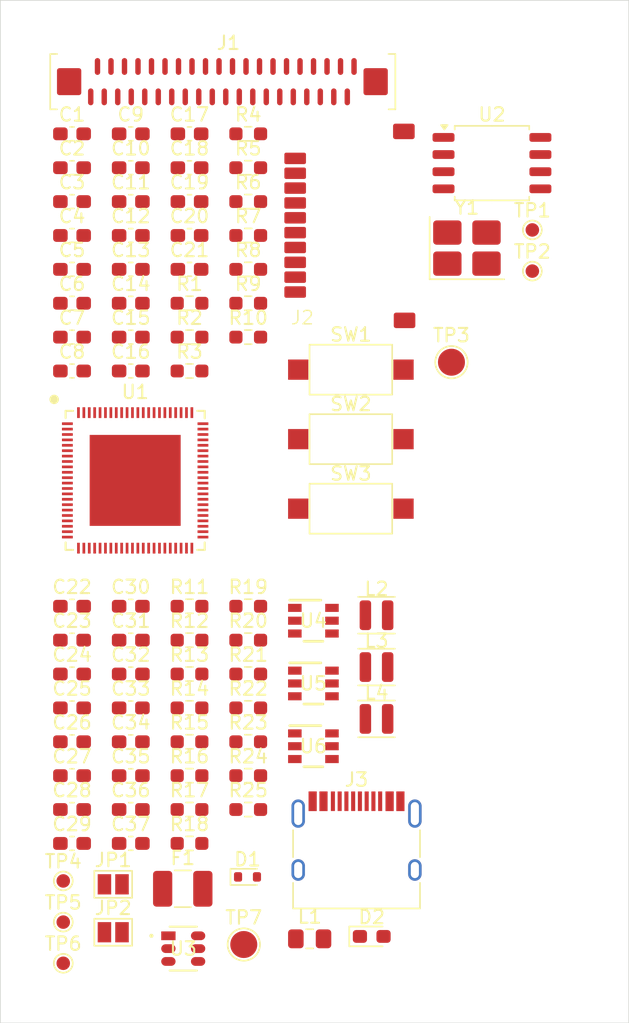
<source format=kicad_pcb>
(kicad_pcb (version 20241229) (generator "pcbnew") (generator_version "9.0")
  (layers (0 "F.Cu" signal) (2 "B.Cu" signal) (13 "F.Paste" user) (15 "B.Paste" user) (5 "F.SilkS" user "F.Silkscreen") (7 "B.SilkS" user "B.Silkscreen") (1 "F.Mask" user) (3 "B.Mask" user) (25 "Edge.Cuts" user))
  (net 0 "")
  (net 1 "GND")
  (net 2 "/LCD_RESET")
  (net 3 "2.6V")
  (net 4 "3.3V")
  (net 5 "1.1V")
  (net 6 "Net-(U1-~{RESET})")
  (net 7 "/HOSCI")
  (net 8 "/HOSCO")
  (net 9 "Net-(C19-Pad1)")
  (net 10 "5V")
  (net 11 "Net-(D1-K)")
  (net 12 "Net-(U4-SW)")
  (net 13 "Net-(U4-VBST)")
  (net 14 "Net-(U5-VBST)")
  (net 15 "Net-(U5-SW)")
  (net 16 "Net-(U6-VBST)")
  (net 17 "Net-(U6-SW)")
  (net 18 "Net-(D1-A)")
  (net 19 "Net-(D2-A)")
  (net 20 "Net-(F1-Pad2)")
  (net 21 "/LCD_D21")
  (net 23 "/LCD_D13")
  (net 24 "/LCD_D3")
  (net 25 "/LCD_D18")
  (net 26 "/SPI1_MOSI")
  (net 27 "/LCD_D23")
  (net 28 "/SPI1_MISO")
  (net 29 "/LCD_VSYNC")
  (net 30 "/SPI1_CLK")
  (net 31 "/LCD_D8")
  (net 32 "/LCD_DE")
  (net 33 "/LCD_HSYNC")
  (net 34 "/LCD_D6")
  (net 35 "/LCD_D20")
  (net 36 "/LCD_D22")
  (net 37 "/LCD_D11")
  (net 38 "/LCD_D16")
  (net 39 "/LCD_CLK")
  (net 40 "/LCD_D4")
  (net 41 "/LCD_D9")
  (net 42 "/SPI1_CS")
  (net 43 "/LCD_D12")
  (net 44 "VLEDK")
  (net 45 "/LCD_D17")
  (net 46 "VLEDA")
  (net 47 "/LCD_D19")
  (net 48 "/LCD_D14")
  (net 49 "/LCD_D0")
  (net 50 "/LCD_D5")
  (net 51 "/LCD_D10")
  (net 52 "/LCD_D15")
  (net 53 "/LCD_D1")
  (net 54 "/LCD_D7")
  (net 55 "/LCD_D2")
  (net 57 "/SDC0_CLK")
  (net 58 "/SDC0_CMD")
  (net 59 "/SDC0_D3")
  (net 60 "/SDC0_D2")
  (net 61 "/SDC0_D0")
  (net 62 "/SDC0_D1")
  (net 64 "USB_P")
  (net 65 "Net-(J3-CC1)")
  (net 67 "USB_N")
  (net 68 "Net-(J3-CC2)")
  (net 69 "Net-(JP2-A)")
  (net 70 "Net-(U1-SVREF)")
  (net 71 "/SPI0_CS")
  (net 72 "Net-(U3-CTRL)")
  (net 73 "Net-(U4-EN)")
  (net 74 "Net-(U5-EN)")
  (net 75 "Net-(U6-EN)")
  (net 76 "Net-(U4-VFB)")
  (net 77 "Net-(U5-VFB)")
  (net 78 "Net-(U6-VFB)")
  (net 79 "/PWM1")
  (net 80 "/PWM0")
  (net 81 "/LRADC0")
  (net 97 "/SPI0_CLK")
  (net 100 "/SPI0_MOSI")
  (net 101 "/SPI0_MISO")
  (footprint "Resistor_SMD:R_0603_1608Metric_Pad0.98x0.95mm_HandSolder" (layer "F.Cu") (at 78.3 41.02)
    (property "Reference" "R4" (at 0 -1.43 0) (layer "F.SilkS"))
    (property "Value" "10k")
    (pad "1" smd roundrect (at -0.9125 0) (size 0.975 0.95) (layers "F.Cu" "F.Mask" "F.Paste") (net 4 "3.3V"))
    (pad "2" smd roundrect (at 0.9125 0) (size 0.975 0.95) (layers "F.Cu" "F.Mask" "F.Paste") (net 6 "Net-(U1-~{RESET})"))
  )
  (footprint "Package_SO:SOIC-8_5.3x5.3mm_P1.27mm" (layer "F.Cu") (at 96.35 43.19)
    (property "Reference" "U2" (at 0 -3.6 0) (layer "F.SilkS"))
    (property "Value" "W25Q16JVSS")
    (pad "1" smd roundrect (at -3.5875 -1.905) (size 1.625 0.65) (layers "F.Cu" "F.Mask" "F.Paste") (net 71 "/SPI0_CS"))
    (pad "2" smd roundrect (at -3.5875 -0.635) (size 1.625 0.65) (layers "F.Cu" "F.Mask" "F.Paste") (net 101 "/SPI0_MISO"))
    (pad "3" smd roundrect (at -3.5875 0.635) (size 1.625 0.65) (layers "F.Cu" "F.Mask" "F.Paste") (net 4 "3.3V"))
    (pad "4" smd roundrect (at -3.5875 1.905) (size 1.625 0.65) (layers "F.Cu" "F.Mask" "F.Paste") (net 1 "GND"))
    (pad "5" smd roundrect (at 3.5875 1.905) (size 1.625 0.65) (layers "F.Cu" "F.Mask" "F.Paste") (net 100 "/SPI0_MOSI"))
    (pad "6" smd roundrect (at 3.5875 0.635) (size 1.625 0.65) (layers "F.Cu" "F.Mask" "F.Paste") (net 97 "/SPI0_CLK"))
    (pad "7" smd roundrect (at 3.5875 -0.635) (size 1.625 0.65) (layers "F.Cu" "F.Mask" "F.Paste") (net 4 "3.3V"))
    (pad "8" smd roundrect (at 3.5875 -1.905) (size 1.625 0.65) (layers "F.Cu" "F.Mask" "F.Paste") (net 4 "3.3V"))
  )
  (footprint "Resistor_SMD:R_0603_1608Metric_Pad0.98x0.95mm_HandSolder" (layer "F.Cu") (at 78.3 88.57)
    (property "Reference" "R24" (at 0 -1.43 0) (layer "F.SilkS"))
    (property "Value" "33k")
    (pad "1" smd roundrect (at -0.9125 0) (size 0.975 0.95) (layers "F.Cu" "F.Mask" "F.Paste") (net 4 "3.3V"))
    (pad "2" smd roundrect (at 0.9125 0) (size 0.975 0.95) (layers "F.Cu" "F.Mask" "F.Paste") (net 78 "Net-(U6-VFB)"))
  )
  (footprint "Resistor_SMD:R_0603_1608Metric_Pad0.98x0.95mm_HandSolder" (layer "F.Cu") (at 78.3 83.55)
    (property "Reference" "R22" (at 0 -1.43 0) (layer "F.SilkS"))
    (property "Value" "24k")
    (pad "1" smd roundrect (at -0.9125 0) (size 0.975 0.95) (layers "F.Cu" "F.Mask" "F.Paste") (net 3 "2.6V"))
    (pad "2" smd roundrect (at 0.9125 0) (size 0.975 0.95) (layers "F.Cu" "F.Mask" "F.Paste") (net 77 "Net-(U5-VFB)"))
  )
  (footprint "Resistor_SMD:R_0603_1608Metric_Pad0.98x0.95mm_HandSolder" (layer "F.Cu") (at 78.3 81.04)
    (property "Reference" "R21" (at 0 -1.43 0) (layer "F.SilkS"))
    (property "Value" "10k")
    (pad "1" smd roundrect (at -0.9125 0) (size 0.975 0.95) (layers "F.Cu" "F.Mask" "F.Paste") (net 76 "Net-(U4-VFB)"))
    (pad "2" smd roundrect (at 0.9125 0) (size 0.975 0.95) (layers "F.Cu" "F.Mask" "F.Paste") (net 1 "GND"))
  )
  (footprint "TPS562201DDCT:DDC0006A_N" (layer "F.Cu") (at 83.125002 81.740001)
    (property "Reference" "U5" (at 0 0 0) (layer "F.SilkS"))
    (property "Value" "TPS562201DDCT")
    (pad "1" smd rect (at -1.375001 -0.950001 90) (size 0.599999 1) (layers "F.Cu" "F.Mask" "F.Paste") (net 1 "GND"))
    (pad "2" smd rect (at -1.375001 0 90) (size 0.599999 1) (layers "F.Cu" "F.Mask" "F.Paste") (net 15 "Net-(U5-SW)"))
    (pad "3" smd rect (at -1.375001 0.949998 90) (size 0.599999 1) (layers "F.Cu" "F.Mask" "F.Paste") (net 10 "5V"))
    (pad "4" smd rect (at 1.374999 0.949998 90) (size 0.599999 1) (layers "F.Cu" "F.Mask" "F.Paste") (net 77 "Net-(U5-VFB)"))
    (pad "5" smd rect (at 1.374999 0 90) (size 0.599999 1) (layers "F.Cu" "F.Mask" "F.Paste") (net 74 "Net-(U5-EN)"))
    (pad "6" smd rect (at 1.374999 -0.950001 90) (size 0.599999 1) (layers "F.Cu" "F.Mask" "F.Paste") (net 14 "Net-(U5-VBST)"))
  )
  (footprint "Resistor_SMD:R_0603_1608Metric_Pad0.98x0.95mm_HandSolder" (layer "F.Cu") (at 78.3 76.02)
    (property "Reference" "R19" (at 0 -1.43 0) (layer "F.SilkS"))
    (property "Value" "10k")
    (pad "1" smd roundrect (at -0.9125 0) (size 0.975 0.95) (layers "F.Cu" "F.Mask" "F.Paste") (net 10 "5V"))
    (pad "2" smd roundrect (at 0.9125 0) (size 0.975 0.95) (layers "F.Cu" "F.Mask" "F.Paste") (net 75 "Net-(U6-EN)"))
  )
  (footprint "Capacitor_SMD:C_0603_1608Metric_Pad1.08x0.95mm_HandSolder" (layer "F.Cu") (at 69.6 81.04)
    (property "Reference" "C32" (at 0 -1.43 0) (layer "F.SilkS"))
    (property "Value" "22uf")
    (pad "1" smd roundrect (at -0.8625 0) (size 1.075 0.95) (layers "F.Cu" "F.Mask" "F.Paste") (net 5 "1.1V"))
    (pad "2" smd roundrect (at 0.8625 0) (size 1.075 0.95) (layers "F.Cu" "F.Mask" "F.Paste") (net 1 "GND"))
  )
  (footprint "Capacitor_SMD:C_0603_1608Metric_Pad1.08x0.95mm_HandSolder" (layer "F.Cu") (at 69.6 41.02)
    (property "Reference" "C9" (at 0 -1.43 0) (layer "F.SilkS"))
    (property "Value" "22uf")
    (pad "1" smd roundrect (at -0.8625 0) (size 1.075 0.95) (layers "F.Cu" "F.Mask" "F.Paste") (net 4 "3.3V"))
    (pad "2" smd roundrect (at 0.8625 0) (size 1.075 0.95) (layers "F.Cu" "F.Mask" "F.Paste") (net 1 "GND"))
  )
  (footprint "TestPoint:TestPoint_Pad_D1.0mm" (layer "F.Cu") (at 64.6 96.37)
    (property "Reference" "TP4" (at 0 -1.448 0) (layer "F.SilkS"))
    (property "Value" "TestPoint")
    (pad "1" smd circle (at 0 0) (size 1 1) (layers "F.Cu" "F.Mask") (net 5 "1.1V"))
  )
  (footprint "TestPoint:TestPoint_Pad_D1.0mm" (layer "F.Cu") (at 99.34 48.14)
    (property "Reference" "TP1" (at 0 -1.448 0) (layer "F.SilkS"))
    (property "Value" "TestPoint")
    (pad "1" smd circle (at 0 0) (size 1 1) (layers "F.Cu" "F.Mask") (net 79 "/PWM1"))
  )
  (footprint "Capacitor_SMD:C_0603_1608Metric_Pad1.08x0.95mm_HandSolder" (layer "F.Cu") (at 65.25 51.06)
    (property "Reference" "C5" (at 0 -1.43 0) (layer "F.SilkS"))
    (property "Value" "0.1uf")
    (pad "1" smd roundrect (at -0.8625 0) (size 1.075 0.95) (layers "F.Cu" "F.Mask" "F.Paste") (net 3 "2.6V"))
    (pad "2" smd roundrect (at 0.8625 0) (size 1.075 0.95) (layers "F.Cu" "F.Mask" "F.Paste") (net 1 "GND"))
  )
  (footprint "Capacitor_SMD:C_0603_1608Metric_Pad1.08x0.95mm_HandSolder" (layer "F.Cu") (at 69.6 53.57)
    (property "Reference" "C14" (at 0 -1.43 0) (layer "F.SilkS"))
    (property "Value" "0.1uf")
    (pad "1" smd roundrect (at -0.8625 0) (size 1.075 0.95) (layers "F.Cu" "F.Mask" "F.Paste") (net 5 "1.1V"))
    (pad "2" smd roundrect (at 0.8625 0) (size 1.075 0.95) (layers "F.Cu" "F.Mask" "F.Paste") (net 1 "GND"))
  )
  (footprint "Capacitor_SMD:C_0603_1608Metric_Pad1.08x0.95mm_HandSolder" (layer "F.Cu") (at 65.25 48.55)
    (property "Reference" "C4" (at 0 -1.43 0) (layer "F.SilkS"))
    (property "Value" "0.1uf")
    (pad "1" smd roundrect (at -0.8625 0) (size 1.075 0.95) (layers "F.Cu" "F.Mask" "F.Paste") (net 3 "2.6V"))
    (pad "2" smd roundrect (at 0.8625 0) (size 1.075 0.95) (layers "F.Cu" "F.Mask" "F.Paste") (net 1 "GND"))
  )
  (footprint "Inductor_SMD:L_0805_2012Metric_Pad1.15x1.40mm_HandSolder" (layer "F.Cu") (at 82.85 100.66)
    (property "Reference" "L1" (at 0 -1.65 0) (layer "F.SilkS"))
    (property "Value" "4.7uH")
    (pad "1" smd roundrect (at -1.025 0) (size 1.15 1.4) (layers "F.Cu" "F.Mask" "F.Paste") (roundrect_rratio 0.217391) (net 10 "5V"))
    (pad "2" smd roundrect (at 1.025 0) (size 1.15 1.4) (layers "F.Cu" "F.Mask" "F.Paste") (roundrect_rratio 0.217391) (net 18 "Net-(D1-A)"))
  )
  (footprint "Capacitor_SMD:C_0603_1608Metric_Pad1.08x0.95mm_HandSolder" (layer "F.Cu") (at 65.25 46.04)
    (property "Reference" "C3" (at 0 -1.43 0) (layer "F.SilkS"))
    (property "Value" "0.1uf")
    (pad "1" smd roundrect (at -0.8625 0) (size 1.075 0.95) (layers "F.Cu" "F.Mask" "F.Paste") (net 3 "2.6V"))
    (pad "2" smd roundrect (at 0.8625 0) (size 1.075 0.95) (layers "F.Cu" "F.Mask" "F.Paste") (net 1 "GND"))
  )
  (footprint "Capacitor_SMD:C_0603_1608Metric_Pad1.08x0.95mm_HandSolder" (layer "F.Cu") (at 73.95 46.04)
    (property "Reference" "C19" (at 0 -1.43 0) (layer "F.SilkS"))
    (property "Value" "10pf")
    (pad "1" smd roundrect (at -0.8625 0) (size 1.075 0.95) (layers "F.Cu" "F.Mask" "F.Paste") (net 9 "Net-(C19-Pad1)"))
    (pad "2" smd roundrect (at 0.8625 0) (size 1.075 0.95) (layers "F.Cu" "F.Mask" "F.Paste") (net 8 "/HOSCO"))
  )
  (footprint "Capacitor_SMD:C_0603_1608Metric_Pad1.08x0.95mm_HandSolder" (layer "F.Cu") (at 73.95 43.53)
    (property "Reference" "C18" (at 0 -1.43 0) (layer "F.SilkS"))
    (property "Value" "0.1uf")
    (pad "1" smd roundrect (at -0.8625 0) (size 1.075 0.95) (layers "F.Cu" "F.Mask" "F.Paste") (net 5 "1.1V"))
    (pad "2" smd roundrect (at 0.8625 0) (size 1.075 0.95) (layers "F.Cu" "F.Mask" "F.Paste") (net 1 "GND"))
  )
  (footprint "Resistor_SMD:R_0603_1608Metric_Pad0.98x0.95mm_HandSolder" (layer "F.Cu") (at 78.3 51.06)
    (property "Reference" "R8" (at 0 -1.43 0) (layer "F.SilkS"))
    (property "Value" "10k")
    (pad "1" smd roundrect (at -0.9125 0) (size 0.975 0.95) (layers "F.Cu" "F.Mask" "F.Paste") (net 4 "3.3V"))
    (pad "2" smd roundrect (at 0.9125 0) (size 0.975 0.95) (layers "F.Cu" "F.Mask" "F.Paste") (net 58 "/SDC0_CMD"))
  )
  (footprint "Button_Switch_SMD:SW_SPST_CK_RS282G05A3" (layer "F.Cu") (at 85.9 63.64)
    (property "Reference" "SW2" (at 0 -2.6 0) (layer "F.SilkS"))
    (property "Value" "RESET")
    (pad "1" smd rect (at -3.9 0) (size 1.5 1.5) (layers "F.Cu" "F.Mask" "F.Paste") (net 1 "GND"))
    (pad "2" smd rect (at 3.9 0) (size 1.5 1.5) (layers "F.Cu" "F.Mask" "F.Paste") (net 6 "Net-(U1-~{RESET})"))
  )
  (footprint "TestPoint:TestPoint_Pad_D2.0mm" (layer "F.Cu") (at 77.97 101.08)
    (property "Reference" "TP7" (at 0 -1.998 0) (layer "F.SilkS"))
    (property "Value" "TestPoint")
    (pad "1" smd circle (at 0 0) (size 2 2) (layers "F.Cu" "F.Mask") (net 10 "5V"))
  )
  (footprint "TPS562201DDCT:DDC0006A_N" (layer "F.Cu") (at 83.125002 86.390001)
    (property "Reference" "U6" (at 0 0 0) (layer "F.SilkS"))
    (property "Value" "TPS562201DDCT")
    (pad "1" smd rect (at -1.375001 -0.950001 90) (size 0.599999 1) (layers "F.Cu" "F.Mask" "F.Paste") (net 1 "GND"))
    (pad "2" smd rect (at -1.375001 0 90) (size 0.599999 1) (layers "F.Cu" "F.Mask" "F.Paste") (net 17 "Net-(U6-SW)"))
    (pad "3" smd rect (at -1.375001 0.949998 90) (size 0.599999 1) (layers "F.Cu" "F.Mask" "F.Paste") (net 10 "5V"))
    (pad "4" smd rect (at 1.374999 0.949998 90) (size 0.599999 1) (layers "F.Cu" "F.Mask" "F.Paste") (net 78 "Net-(U6-VFB)"))
    (pad "5" smd rect (at 1.374999 0 90) (size 0.599999 1) (layers "F.Cu" "F.Mask" "F.Paste") (net 75 "Net-(U6-EN)"))
    (pad "6" smd rect (at 1.374999 -0.950001 90) (size 0.599999 1) (layers "F.Cu" "F.Mask" "F.Paste") (net 16 "Net-(U6-VBST)"))
  )
  (footprint "Resistor_SMD:R_0603_1608Metric_Pad0.98x0.95mm_HandSolder" (layer "F.Cu") (at 73.95 76.02)
    (property "Reference" "R11" (at 0 -1.43 0) (layer "F.SilkS"))
    (property "Value" "10k")
    (pad "1" smd roundrect (at -0.9125 0) (size 0.975 0.95) (layers "F.Cu" "F.Mask" "F.Paste") (net 10 "5V"))
    (pad "2" smd roundrect (at 0.9125 0) (size 0.975 0.95) (layers "F.Cu" "F.Mask" "F.Paste") (net 72 "Net-(U3-CTRL)"))
  )
  (footprint "Resistor_SMD:R_0603_1608Metric_Pad0.98x0.95mm_HandSolder" (layer "F.Cu") (at 78.3 56.08)
    (property "Reference" "R10" (at 0 -1.43 0) (layer "F.SilkS"))
    (property "Value" "10k")
    (pad "1" smd roundrect (at -0.9125 0) (size 0.975 0.95) (layers "F.Cu" "F.Mask" "F.Paste") (net 4 "3.3V"))
    (pad "2" smd roundrect (at 0.9125 0) (size 0.975 0.95) (layers "F.Cu" "F.Mask" "F.Paste") (net 60 "/SDC0_D2"))
  )
  (footprint "Resistor_SMD:R_0603_1608Metric_Pad0.98x0.95mm_HandSolder" (layer "F.Cu") (at 73.95 86.06)
    (property "Reference" "R15" (at 0 -1.43 0) (layer "F.SilkS"))
    (property "Value" "10R")
    (pad "1" smd roundrect (at -0.9125 0) (size 0.975 0.95) (layers "F.Cu" "F.Mask" "F.Paste") (net 69 "Net-(JP2-A)"))
    (pad "2" smd roundrect (at 0.9125 0) (size 0.975 0.95) (layers "F.Cu" "F.Mask" "F.Paste") (net 1 "GND"))
  )
  (footprint "Capacitor_SMD:C_0603_1608Metric_Pad1.08x0.95mm_HandSolder" (layer "F.Cu") (at 65.25 56.08)
    (property "Reference" "C7" (at 0 -1.43 0) (layer "F.SilkS"))
    (property "Value" "0.1uf")
    (pad "1" smd roundrect (at -0.8625 0) (size 1.075 0.95) (layers "F.Cu" "F.Mask" "F.Paste") (net 3 "2.6V"))
    (pad "2" smd roundrect (at 0.8625 0) (size 1.075 0.95) (layers "F.Cu" "F.Mask" "F.Paste") (net 1 "GND"))
  )
  (footprint "Resistor_SMD:R_0603_1608Metric_Pad0.98x0.95mm_HandSolder" (layer "F.Cu") (at 73.95 78.53)
    (property "Reference" "R12" (at 0 -1.43 0) (layer "F.SilkS"))
    (property "Value" "5.1K")
    (pad "1" smd roundrect (at -0.9125 0) (size 0.975 0.95) (layers "F.Cu" "F.Mask" "F.Paste") (net 68 "Net-(J3-CC2)"))
    (pad "2" smd roundrect (at 0.9125 0) (size 0.975 0.95) (layers "F.Cu" "F.Mask" "F.Paste") (net 1 "GND"))
  )
  (footprint "Resistor_SMD:R_0603_1608Metric_Pad0.98x0.95mm_HandSolder" (layer "F.Cu") (at 73.95 83.55)
    (property "Reference" "R14" (at 0 -1.43 0) (layer "F.SilkS"))
    (property "Value" "10R")
    (pad "1" smd roundrect (at -0.9125 0) (size 0.975 0.95) (layers "F.Cu" "F.Mask" "F.Paste") (net 69 "Net-(JP2-A)"))
    (pad "2" smd roundrect (at 0.9125 0) (size 0.975 0.95) (layers "F.Cu" "F.Mask" "F.Paste") (net 1 "GND"))
  )
  (footprint "Resistor_SMD:R_0603_1608Metric_Pad0.98x0.95mm_HandSolder" (layer "F.Cu") (at 78.3 78.53)
    (property "Reference" "R20" (at 0 -1.43 0) (layer "F.SilkS"))
    (property "Value" "4.7k")
    (pad "1" smd roundrect (at -0.9125 0) (size 0.975 0.95) (layers "F.Cu" "F.Mask" "F.Paste") (net 5 "1.1V"))
    (pad "2" smd roundrect (at 0.9125 0) (size 0.975 0.95) (layers "F.Cu" "F.Mask" "F.Paste") (net 76 "Net-(U4-VFB)"))
  )
  (footprint "Capacitor_SMD:C_0603_1608Metric_Pad1.08x0.95mm_HandSolder" (layer "F.Cu") (at 65.25 43.53)
    (property "Reference" "C2" (at 0 -1.43 0) (layer "F.SilkS"))
    (property "Value" "22uf")
    (pad "1" smd roundrect (at -0.8625 0) (size 1.075 0.95) (layers "F.Cu" "F.Mask" "F.Paste") (net 3 "2.6V"))
    (pad "2" smd roundrect (at 0.8625 0) (size 1.075 0.95) (layers "F.Cu" "F.Mask" "F.Paste") (net 1 "GND"))
  )
  (footprint "Capacitor_SMD:C_0603_1608Metric_Pad1.08x0.95mm_HandSolder" (layer "F.Cu") (at 65.25 41.02)
    (property "Reference" "C1" (at 0 -1.43 0) (layer "F.SilkS"))
    (property "Value" "0.1uf")
    (pad "1" smd roundrect (at -0.8625 0) (size 1.075 0.95) (layers "F.Cu" "F.Mask" "F.Paste") (net 2 "/LCD_RESET"))
    (pad "2" smd roundrect (at 0.8625 0) (size 1.075 0.95) (layers "F.Cu" "F.Mask" "F.Paste") (net 1 "GND"))
  )
  (footprint "Capacitor_SMD:C_0603_1608Metric_Pad1.08x0.95mm_HandSolder" (layer "F.Cu") (at 69.6 56.08)
    (property "Reference" "C15" (at 0 -1.43 0) (layer "F.SilkS"))
    (property "Value" "0.1uf")
    (pad "1" smd roundrect (at -0.8625 0) (size 1.075 0.95) (layers "F.Cu" "F.Mask" "F.Paste") (net 5 "1.1V"))
    (pad "2" smd roundrect (at 0.8625 0) (size 1.075 0.95) (layers "F.Cu" "F.Mask" "F.Paste") (net 1 "GND"))
  )
  (footprint "Capacitor_SMD:C_0603_1608Metric_Pad1.08x0.95mm_HandSolder" (layer "F.Cu") (at 65.25 83.55)
    (property "Reference" "C25" (at 0 -1.43 0) (layer "F.SilkS"))
    (property "Value" "0.1uf")
    (pad "1" smd roundrect (at -0.8625 0) (size 1.075 0.95) (layers "F.Cu" "F.Mask" "F.Paste") (net 11 "Net-(D1-K)"))
    (pad "2" smd roundrect (at 0.8625 0) (size 1.075 0.95) (layers "F.Cu" "F.Mask" "F.Paste") (net 1 "GND"))
  )
  (footprint "Crystal:Crystal_SMD_3225-4Pin_3.2x2.5mm_HandSoldering" (layer "F.Cu") (at 94.495 49.485)
    (property "Reference" "Y1" (at 0 -3 0) (layer "F.SilkS"))
    (property "Value" "24Mhz")
    (pad "1" smd roundrect (at -1.45 1.15) (size 2.1 1.8) (layers "F.Cu" "F.Mask" "F.Paste") (roundrect_rratio 0.138889) (net 7 "/HOSCI"))
    (pad "2" smd roundrect (at 1.45 1.15) (size 2.1 1.8) (layers "F.Cu" "F.Mask" "F.Paste") (roundrect_rratio 0.138889) (net 9 "Net-(C19-Pad1)"))
    (pad "3" smd roundrect (at 1.45 -1.15) (size 2.1 1.8) (layers "F.Cu" "F.Mask" "F.Paste") (roundrect_rratio 0.138889) (net 8 "/HOSCO"))
    (pad "4" smd roundrect (at -1.45 -1.15) (size 2.1 1.8) (layers "F.Cu" "F.Mask" "F.Paste") (roundrect_rratio 0.138889) (net 1 "GND"))
  )
  (footprint "Capacitor_SMD:C_0603_1608Metric_Pad1.08x0.95mm_HandSolder" (layer "F.Cu") (at 73.95 51.06)
    (property "Reference" "C21" (at 0 -1.43 0) (layer "F.SilkS"))
    (property "Value" "0.1uf")
    (pad "1" smd roundrect (at -0.8625 0) (size 1.075 0.95) (layers "F.Cu" "F.Mask" "F.Paste") (net 4 "3.3V"))
    (pad "2" smd roundrect (at 0.8625 0) (size 1.075 0.95) (layers "F.Cu" "F.Mask" "F.Paste") (net 1 "GND"))
  )
  (footprint "sd_card:sd_card_10p" (layer "F.Cu") (at 82.31 55.14)
    (property "Reference" "J2" (at 0 -0.5 0) (layer "F.SilkS") (effects (font (thickness 0.1))))
    (property "Value" "Micro_SD_Card_Det1")
    (pad "" np_thru_hole circle (at 2.615 -12.3) (size 1.7 1.7) (drill 1.7) (layers "*.Cu" "*.Mask"))
    (pad "" np_thru_hole circle (at 2.615 -2.3) (size 1.7 1.7) (drill 1.7) (layers "*.Cu" "*.Mask"))
    (pad "" smd roundrect (at 7.515 -14.3) (size 1.6 1.15) (layers "F.Cu" "F.Mask" "F.Paste") (roundrect_rratio 0.15))
    (pad "" smd roundrect (at 7.565 -0.3) (size 1.6 1.15) (layers "F.Cu" "F.Mask" "F.Paste") (roundrect_rratio 0.15))
    (pad "1" smd roundrect (at -0.535 -10.1) (size 1.6 0.85) (layers "F.Cu" "F.Mask" "F.Paste") (roundrect_rratio 0.15) (net 60 "/SDC0_D2"))
    (pad "2" smd roundrect (at -0.535 -9) (size 1.6 0.85) (layers "F.Cu" "F.Mask" "F.Paste") (roundrect_rratio 0.15) (net 59 "/SDC0_D3"))
    (pad "3" smd roundrect (at -0.535 -7.9) (size 1.6 0.85) (layers "F.Cu" "F.Mask" "F.Paste") (roundrect_rratio 0.15) (net 58 "/SDC0_CMD"))
    (pad "4" smd roundrect (at -0.535 -6.8) (size 1.6 0.85) (layers "F.Cu" "F.Mask" "F.Paste") (roundrect_rratio 0.15) (net 4 "3.3V"))
    (pad "5" smd roundrect (at -0.535 -5.7) (size 1.6 0.85) (layers "F.Cu" "F.Mask" "F.Paste") (roundrect_rratio 0.15) (net 57 "/SDC0_CLK"))
    (pad "6" smd roundrect (at -0.535 -4.6) (size 1.6 0.85) (layers "F.Cu" "F.Mask" "F.Paste") (roundrect_rratio 0.15) (net 1 "GND"))
    (pad "7" smd roundrect (at -0.535 -3.5) (size 1.6 0.85) (layers "F.Cu" "F.Mask" "F.Paste") (roundrect_rratio 0.15) (net 61 "/SDC0_D0"))
    (pad "8" smd roundrect (at -0.535 -2.4) (size 1.6 0.85) (layers "F.Cu" "F.Mask" "F.Paste") (roundrect_rratio 0.15) (net 62 "/SDC0_D1"))
    (pad "9" smd roundrect (at -0.535 -12.3) (size 1.6 0.85) (layers "F.Cu" "F.Mask" "F.Paste") (roundrect_rratio 0.15))
    (pad "10" smd roundrect (at -0.535 -11.2) (size 1.6 0.85) (layers "F.Cu" "F.Mask" "F.Paste") (roundrect_rratio 0.15) (net 1 "GND"))
  )
  (footprint "Resistor_SMD:R_0603_1608Metric_Pad0.98x0.95mm_HandSolder" (layer "F.Cu") (at 78.3 53.57)
    (property "Reference" "R9" (at 0 -1.43 0) (layer "F.SilkS"))
    (property "Value" "10k")
    (pad "1" smd roundrect (at -0.9125 0) (size 0.975 0.95) (layers "F.Cu" "F.Mask" "F.Paste") (net 4 "3.3V"))
    (pad "2" smd roundrect (at 0.9125 0) (size 0.975 0.95) (layers "F.Cu" "F.Mask" "F.Paste") (net 59 "/SDC0_D3"))
  )
  (footprint "Resistor_SMD:R_0603_1608Metric_Pad0.98x0.95mm_HandSolder" (layer "F.Cu") (at 78.3 43.53)
    (property "Reference" "R5" (at 0 -1.43 0) (layer "F.SilkS"))
    (property "Value" "10k")
    (pad "1" smd roundrect (at -0.9125 0) (size 0.975 0.95) (layers "F.Cu" "F.Mask" "F.Paste") (net 4 "3.3V"))
    (pad "2" smd roundrect (at 0.9125 0) (size 0.975 0.95) (layers "F.Cu" "F.Mask" "F.Paste") (net 62 "/SDC0_D1"))
  )
  (footprint "Capacitor_SMD:C_0603_1608Metric_Pad1.08x0.95mm_HandSolder" (layer "F.Cu") (at 65.25 78.53)
    (property "Reference" "C23" (at 0 -1.43 0) (layer "F.SilkS"))
    (property "Value" "22uf")
    (pad "1" smd roundrect (at -0.8625 0) (size 1.075 0.95) (layers "F.Cu" "F.Mask" "F.Paste") (net 10 "5V"))
    (pad "2" smd roundrect (at 0.8625 0) (size 1.075 0.95) (layers "F.Cu" "F.Mask" "F.Paste") (net 1 "GND"))
  )
  (footprint "Capacitor_SMD:C_0603_1608Metric_Pad1.08x0.95mm_HandSolder" (layer "F.Cu") (at 65.25 91.08)
    (property "Reference" "C28" (at 0 -1.43 0) (layer "F.SilkS"))
    (property "Value" "22uf")
    (pad "1" smd roundrect (at -0.8625 0) (size 1.075 0.95) (layers "F.Cu" "F.Mask" "F.Paste") (net 10 "5V"))
    (pad "2" smd roundrect (at 0.8625 0) (size 1.075 0.95) (layers "F.Cu" "F.Mask" "F.Paste") (net 1 "GND"))
  )
  (footprint "Capacitor_SMD:C_0603_1608Metric_Pad1.08x0.95mm_HandSolder" (layer "F.Cu") (at 65.25 88.57)
    (property "Reference" "C27" (at 0 -1.43 0) (layer "F.SilkS"))
    (property "Value" "22uf")
    (pad "1" smd roundrect (at -0.8625 0) (size 1.075 0.95) (layers "F.Cu" "F.Mask" "F.Paste") (net 10 "5V"))
    (pad "2" smd roundrect (at 0.8625 0) (size 1.075 0.95) (layers "F.Cu" "F.Mask" "F.Paste") (net 1 "GND"))
  )
  (footprint "Diode_SMD:D_SOD-523" (layer "F.Cu") (at 78.245 96.07)
    (property "Reference" "D1" (at 0 -1.3 0) (layer "F.SilkS"))
    (property "Value" "1N5819WS")
    (pad "1" smd roundrect (at -0.7 0 180) (size 0.6 0.7) (layers "F.Cu" "F.Mask" "F.Paste") (net 11 "Net-(D1-K)"))
    (pad "2" smd roundrect (at 0.7 0 180) (size 0.6 0.7) (layers "F.Cu" "F.Mask" "F.Paste") (net 18 "Net-(D1-A)"))
  )
  (footprint "Capacitor_SMD:C_0603_1608Metric_Pad1.08x0.95mm_HandSolder" (layer "F.Cu") (at 69.6 93.59)
    (property "Reference" "C37" (at 0 -1.43 0) (layer "F.SilkS"))
    (property "Value" "0.1uf")
    (pad "1" smd roundrect (at -0.8625 0) (size 1.075 0.95) (layers "F.Cu" "F.Mask" "F.Paste") (net 4 "3.3V"))
    (pad "2" smd roundrect (at 0.8625 0) (size 1.075 0.95) (layers "F.Cu" "F.Mask" "F.Paste") (net 1 "GND"))
  )
  (footprint "Capacitor_SMD:C_0603_1608Metric_Pad1.08x0.95mm_HandSolder" (layer "F.Cu") (at 69.6 58.59)
    (property "Reference" "C16" (at 0 -1.43 0) (layer "F.SilkS"))
    (property "Value" "0.1uf")
    (pad "1" smd roundrect (at -0.8625 0) (size 1.075 0.95) (layers "F.Cu" "F.Mask" "F.Paste") (net 6 "Net-(U1-~{RESET})"))
    (pad "2" smd roundrect (at 0.8625 0) (size 1.075 0.95) (layers "F.Cu" "F.Mask" "F.Paste") (net 1 "GND"))
  )
  (footprint "Capacitor_SMD:C_0603_1608Metric_Pad1.08x0.95mm_HandSolder" (layer "F.Cu") (at 69.6 86.06)
    (property "Reference" "C34" (at 0 -1.43 0) (layer "F.SilkS"))
    (property "Value" "22uf")
    (pad "1" smd roundrect (at -0.8625 0) (size 1.075 0.95) (layers "F.Cu" "F.Mask" "F.Paste") (net 4 "3.3V"))
    (pad "2" smd roundrect (at 0.8625 0) (size 1.075 0.95) (layers "F.Cu" "F.Mask" "F.Paste") (net 1 "GND"))
  )
  (footprint "Inductor_SMD:L_APV_ANR252012" (layer "F.Cu") (at 87.8 84.365)
    (property "Reference" "L4" (at 0 -1.95 0) (layer "F.SilkS"))
    (property "Value" "2.2uH")
    (pad "1" smd roundrect (at -0.825 0) (size 0.85 2.2) (layers "F.Cu" "F.Mask" "F.Paste") (net 17 "Net-(U6-SW)"))
    (pad "2" smd roundrect (at 0.825 0) (size 0.85 2.2) (layers "F.Cu" "F.Mask" "F.Paste") (net 4 "3.3V"))
  )
  (footprint "Jumper:SolderJumper-2_P1.3mm_Open_Pad1.0x1.5mm" (layer "F.Cu") (at 68.3 100.17)
    (property "Reference" "JP2" (at 0 -1.8 0) (layer "F.SilkS"))
    (property "Value" "SolderJumper_2_Open")
    (pad "1" smd rect (at -0.65 0) (size 1 1.5) (layers "F.Cu" "F.Mask") (net 69 "Net-(JP2-A)"))
    (pad "2" smd rect (at 0.65 0) (size 1 1.5) (layers "F.Cu" "F.Mask") (net 44 "VLEDK"))
  )
  (footprint "Capacitor_SMD:C_0603_1608Metric_Pad1.08x0.95mm_HandSolder" (layer "F.Cu") (at 65.25 81.04)
    (property "Reference" "C24" (at 0 -1.43 0) (layer "F.SilkS"))
    (property "Value" "22uf")
    (pad "1" smd roundrect (at -0.8625 0) (size 1.075 0.95) (layers "F.Cu" "F.Mask" "F.Paste") (net 11 "Net-(D1-K)"))
    (pad "2" smd roundrect (at 0.8625 0) (size 1.075 0.95) (layers "F.Cu" "F.Mask" "F.Paste") (net 1 "GND"))
  )
  (footprint "Resistor_SMD:R_0603_1608Metric_Pad0.98x0.95mm_HandSolder" (layer "F.Cu") (at 78.3 46.04)
    (property "Reference" "R6" (at 0 -1.43 0) (layer "F.SilkS"))
    (property "Value" "10k")
    (pad "1" smd roundrect (at -0.9125 0) (size 0.975 0.95) (layers "F.Cu" "F.Mask" "F.Paste") (net 4 "3.3V"))
    (pad "2" smd roundrect (at 0.9125 0) (size 0.975 0.95) (layers "F.Cu" "F.Mask" "F.Paste") (net 71 "/SPI0_CS"))
  )
  (footprint "Resistor_SMD:R_0603_1608Metric_Pad0.98x0.95mm_HandSolder" (layer "F.Cu") (at 73.95 58.59)
    (property "Reference" "R3" (at 0 -1.43 0) (layer "F.SilkS"))
    (property "Value" "2.2k")
    (pad "1" smd roundrect (at -0.9125 0) (size 0.975 0.95) (layers "F.Cu" "F.Mask" "F.Paste") (net 70 "Net-(U1-SVREF)"))
    (pad "2" smd roundrect (at 0.9125 0) (size 0.975 0.95) (layers "F.Cu" "F.Mask" "F.Paste") (net 1 "GND"))
  )
  (footprint "AP3031KTR_G1:SOT23-6_DIO" (layer "F.Cu") (at 73.4864 101.3838)
    (property "Reference" "U3" (at 0 0 0) (layer "F.SilkS"))
    (property "Value" "AP3031KTR-G1")
    (pad "1" smd rect (at -1.1 -0.950001) (size 1.06 0.65) (layers "F.Cu" "F.Mask" "F.Paste") (net 18 "Net-(D1-A)"))
    (pad "2" smd oval (at -1.1 0) (size 1.06 0.65) (layers "F.Cu" "F.Mask" "F.Paste") (net 1 "GND"))
    (pad "3" smd oval (at -1.1 0.950001) (size 1.06 0.65) (layers "F.Cu" "F.Mask" "F.Paste") (net 69 "Net-(JP2-A)"))
    (pad "4" smd oval (at 1.1 0.950001) (size 1.06 0.65) (layers "F.Cu" "F.Mask" "F.Paste") (net 72 "Net-(U3-CTRL)"))
    (pad "5" smd oval (at 1.1 0) (size 1.06 0.65) (layers "F.Cu" "F.Mask" "F.Paste") (net 11 "Net-(D1-K)"))
    (pad "6" smd oval (at 1.1 -0.950001) (size 1.06 0.65) (layers "F.Cu" "F.Mask" "F.Paste") (net 10 "5V"))
  )
  (footprint "Capacitor_SMD:C_0603_1608Metric_Pad1.08x0.95mm_HandSolder" (layer "F.Cu") (at 69.6 83.55)
    (property "Reference" "C33" (at 0 -1.43 0) (layer "F.SilkS"))
    (property "Value" "22uf")
    (pad "1" smd roundrect (at -0.8625 0) (size 1.075 0.95) (layers "F.Cu" "F.Mask" "F.Paste") (net 3 "2.6V"))
    (pad "2" smd roundrect (at 0.8625 0) (size 1.075 0.95) (layers "F.Cu" "F.Mask" "F.Paste") (net 1 "GND"))
  )
  (footprint "Capacitor_SMD:C_0603_1608Metric_Pad1.08x0.95mm_HandSolder" (layer "F.Cu") (at 69.6 48.55)
    (property "Reference" "C12" (at 0 -1.43 0) (layer "F.SilkS"))
    (property "Value" "0.1uf")
    (pad "1" smd roundrect (at -0.8625 0) (size 1.075 0.95) (layers "F.Cu" "F.Mask" "F.Paste") (net 4 "3.3V"))
    (pad "2" smd roundrect (at 0.8625 0) (size 1.075 0.95) (layers "F.Cu" "F.Mask" "F.Paste") (net 1 "GND"))
  )
  (footprint "Capacitor_SMD:C_0603_1608Metric_Pad1.08x0.95mm_HandSolder" (layer "F.Cu") (at 69.6 51.06)
    (property "Reference" "C13" (at 0 -1.43 0) (layer "F.SilkS"))
    (property "Value" "22uf")
    (pad "1" smd roundrect (at -0.8625 0) (size 1.075 0.95) (layers "F.Cu" "F.Mask" "F.Paste") (net 5 "1.1V"))
    (pad "2" smd roundrect (at 0.8625 0) (size 1.075 0.95) (layers "F.Cu" "F.Mask" "F.Paste") (net 1 "GND"))
  )
  (footprint "Capacitor_SMD:C_0603_1608Metric_Pad1.08x0.95mm_HandSolder" (layer "F.Cu") (at 65.25 58.59)
    (property "Reference" "C8" (at 0 -1.43 0) (layer "F.SilkS"))
    (property "Value" "0.1uf")
    (pad "1" smd roundrect (at -0.8625 0) (size 1.075 0.95) (layers "F.Cu" "F.Mask" "F.Paste") (net 3 "2.6V"))
    (pad "2" smd roundrect (at 0.8625 0) (size 1.075 0.95) (layers "F.Cu" "F.Mask" "F.Paste") (net 1 "GND"))
  )
  (footprint "Button_Switch_SMD:SW_SPST_CK_RS282G05A3" (layer "F.Cu") (at 85.9 58.49)
    (property "Reference" "SW1" (at 0 -2.6 0) (layer "F.SilkS"))
    (property "Value" "RESET")
    (pad "1" smd rect (at -3.9 0) (size 1.5 1.5) (layers "F.Cu" "F.Mask" "F.Paste") (net 1 "GND"))
    (pad "2" smd rect (at 3.9 0) (size 1.5 1.5) (layers "F.Cu" "F.Mask" "F.Paste") (net 2 "/LCD_RESET"))
  )
  (footprint "TPS562201DDCT:DDC0006A_N" (layer "F.Cu") (at 83.125002 77.090001)
    (property "Reference" "U4" (at 0 0 0) (layer "F.SilkS"))
    (property "Value" "TPS562201DDCT")
    (pad "1" smd rect (at -1.375001 -0.950001 90) (size 0.599999 1) (layers "F.Cu" "F.Mask" "F.Paste") (net 1 "GND"))
    (pad "2" smd rect (at -1.375001 0 90) (size 0.599999 1) (layers "F.Cu" "F.Mask" "F.Paste") (net 12 "Net-(U4-SW)"))
    (pad "3" smd rect (at -1.375001 0.949998 90) (size 0.599999 1) (layers "F.Cu" "F.Mask" "F.Paste") (net 10 "5V"))
    (pad "4" smd rect (at 1.374999 0.949998 90) (size 0.599999 1) (layers "F.Cu" "F.Mask" "F.Paste") (net 76 "Net-(U4-VFB)"))
    (pad "5" smd rect (at 1.374999 0 90) (size 0.599999 1) (layers "F.Cu" "F.Mask" "F.Paste") (net 73 "Net-(U4-EN)"))
    (pad "6" smd rect (at 1.374999 -0.950001 90) (size 0.599999 1) (layers "F.Cu" "F.Mask" "F.Paste") (net 13 "Net-(U4-VBST)"))
  )
  (footprint "lcd_rgb_fpc:40pin_0.5mm_Vertical" (layer "F.Cu") (at 76.835 37.155)
    (property "Reference" "J1" (at 0 -2.875 0) (layer "F.SilkS"))
    (property "Value" "LCD_40pin_FPC")
    (pad "" smd roundrect (at -11.8 0) (size 1.8 2) (layers "F.Cu" "F.Mask" "F.Paste") (roundrect_rratio 0.1))
    (pad "" smd roundrect (at 10.9 0) (size 1.8 2) (layers "F.Cu" "F.Mask" "F.Paste") (roundrect_rratio 0.1))
    (pad "1" smd oval (at -10.2 1.125) (size 0.4 1.25) (layers "F.Cu" "F.Mask" "F.Paste") (net 44 "VLEDK"))
    (pad "2" smd oval (at -9.7 -1.125) (size 0.4 1.25) (layers "F.Cu" "F.Mask" "F.Paste") (net 46 "VLEDA"))
    (pad "3" smd oval (at -9.2 1.125) (size 0.4 1.25) (layers "F.Cu" "F.Mask" "F.Paste") (net 1 "GND"))
    (pad "4" smd oval (at -8.7 -1.125) (size 0.4 1.25) (layers "F.Cu" "F.Mask" "F.Paste") (net 4 "3.3V"))
    (pad "5" smd oval (at -8.2 1.125) (size 0.4 1.25) (layers "F.Cu" "F.Mask" "F.Paste") (net 38 "/LCD_D16"))
    (pad "6" smd oval (at -7.7 -1.125) (size 0.4 1.25) (layers "F.Cu" "F.Mask" "F.Paste") (net 45 "/LCD_D17"))
    (pad "7" smd oval (at -7.2 1.125) (size 0.4 1.25) (layers "F.Cu" "F.Mask" "F.Paste") (net 25 "/LCD_D18"))
    (pad "8" smd oval (at -6.7 -1.125) (size 0.4 1.25) (layers "F.Cu" "F.Mask" "F.Paste") (net 47 "/LCD_D19"))
    (pad "9" smd oval (at -6.2 1.125) (size 0.4 1.25) (layers "F.Cu" "F.Mask" "F.Paste") (net 35 "/LCD_D20"))
    (pad "10" smd oval (at -5.7 -1.125) (size 0.4 1.25) (layers "F.Cu" "F.Mask" "F.Paste") (net 21 "/LCD_D21"))
    (pad "11" smd oval (at -5.2 1.125) (size 0.4 1.25) (layers "F.Cu" "F.Mask" "F.Paste") (net 36 "/LCD_D22"))
    (pad "12" smd oval (at -4.7 -1.125) (size 0.4 1.25) (layers "F.Cu" "F.Mask" "F.Paste") (net 27 "/LCD_D23"))
    (pad "13" smd oval (at -4.2 1.125) (size 0.4 1.25) (layers "F.Cu" "F.Mask" "F.Paste") (net 31 "/LCD_D8"))
    (pad "14" smd oval (at -3.7 -1.125) (size 0.4 1.25) (layers "F.Cu" "F.Mask" "F.Paste") (net 41 "/LCD_D9"))
    (pad "15" smd oval (at -3.2 1.125) (size 0.4 1.25) (layers "F.Cu" "F.Mask" "F.Paste") (net 51 "/LCD_D10"))
    (pad "16" smd oval (at -2.7 -1.125) (size 0.4 1.25) (layers "F.Cu" "F.Mask" "F.Paste") (net 37 "/LCD_D11"))
    (pad "17" smd oval (at -2.2 1.125) (size 0.4 1.25) (layers "F.Cu" "F.Mask" "F.Paste") (net 43 "/LCD_D12"))
    (pad "18" smd oval (at -1.7 -1.125) (size 0.4 1.25) (layers "F.Cu" "F.Mask" "F.Paste") (net 23 "/LCD_D13"))
    (pad "19" smd oval (at -1.2 1.125) (size 0.4 1.25) (layers "F.Cu" "F.Mask" "F.Paste") (net 48 "/LCD_D14"))
    (pad "20" smd oval (at -0.7 -1.125) (size 0.4 1.25) (layers "F.Cu" "F.Mask" "F.Paste") (net 52 "/LCD_D15"))
    (pad "21" smd oval (at -0.2 1.125) (size 0.4 1.25) (layers "F.Cu" "F.Mask" "F.Paste") (net 49 "/LCD_D0"))
    (pad "22" smd oval (at 0.3 -1.125) (size 0.4 1.25) (layers "F.Cu" "F.Mask" "F.Paste") (net 53 "/LCD_D1"))
    (pad "23" smd oval (at 0.8 1.125) (size 0.4 1.25) (layers "F.Cu" "F.Mask" "F.Paste") (net 55 "/LCD_D2"))
    (pad "24" smd oval (at 1.3 -1.125) (size 0.4 1.25) (layers "F.Cu" "F.Mask" "F.Paste") (net 24 "/LCD_D3"))
    (pad "25" smd oval (at 1.8 1.125) (size 0.4 1.25) (layers "F.Cu" "F.Mask" "F.Paste") (net 40 "/LCD_D4"))
    (pad "26" smd oval (at 2.3 -1.125) (size 0.4 1.25) (layers "F.Cu" "F.Mask" "F.Paste") (net 50 "/LCD_D5"))
    (pad "27" smd oval (at 2.8 1.125) (size 0.4 1.25) (layers "F.Cu" "F.Mask" "F.Paste") (net 34 "/LCD_D6"))
    (pad "28" smd oval (at 3.3 -1.125) (size 0.4 1.25) (layers "F.Cu" "F.Mask" "F.Paste") (net 54 "/LCD_D7"))
    (pad "29" smd oval (at 3.8 1.125) (size 0.4 1.25) (layers "F.Cu" "F.Mask" "F.Paste") (net 1 "GND"))
    (pad "30" smd oval (at 4.3 -1.125) (size 0.4 1.25) (layers "F.Cu" "F.Mask" "F.Paste") (net 39 "/LCD_CLK"))
    (pad "31" smd oval (at 4.8 1.125) (size 0.4 1.25) (layers "F.Cu" "F.Mask" "F.Paste") (net 28 "/SPI1_MISO"))
    (pad "32" smd oval (at 5.3 -1.125) (size 0.4 1.25) (layers "F.Cu" "F.Mask" "F.Paste") (net 33 "/LCD_HSYNC"))
    (pad "33" smd oval (at 5.8 1.125) (size 0.4 1.25) (layers "F.Cu" "F.Mask" "F.Paste") (net 29 "/LCD_VSYNC"))
    (pad "34" smd oval (at 6.3 -1.125) (size 0.4 1.25) (layers "F.Cu" "F.Mask" "F.Paste") (net 32 "/LCD_DE"))
    (pad "35" smd oval (at 6.8 1.125) (size 0.4 1.25) (layers "F.Cu" "F.Mask" "F.Paste"))
    (pad "36" smd oval (at 7.3 -1.125) (size 0.4 1.25) (layers "F.Cu" "F.Mask" "F.Paste") (net 1 "GND"))
    (pad "37" smd oval (at 7.8 1.125) (size 0.4 1.25) (layers "F.Cu" "F.Mask" "F.Paste") (net 2 "/LCD_RESET"))
    (pad "38" smd oval (at 8.3 -1.125) (size 0.4 1.25) (layers "F.Cu" "F.Mask" "F.Paste") (net 26 "/SPI1_MOSI"))
    (pad "39" smd oval (at 8.8 1.125) (size 0.4 1.25) (layers "F.Cu" "F.Mask" "F.Paste") (net 30 "/SPI1_CLK"))
    (pad "40" smd oval (at 9.3 -1.125) (size 0.4 1.25) (layers "F.Cu" "F.Mask" "F.Paste") (net 42 "/SPI1_CS"))
  )
  (footprint "Capacitor_SMD:C_0603_1608Metric_Pad1.08x0.95mm_HandSolder" (layer "F.Cu") (at 73.95 41.02)
    (property "Reference" "C17" (at 0 -1.43 0) (layer "F.SilkS"))
    (property "Value" "10pf")
    (pad "1" smd roundrect (at -0.8625 0) (size 1.075 0.95) (layers "F.Cu" "F.Mask" "F.Paste") (net 7 "/HOSCI"))
    (pad "2" smd roundrect (at 0.8625 0) (size 1.075 0.95) (layers "F.Cu" "F.Mask" "F.Paste") (net 1 "GND"))
  )
  (footprint "Capacitor_SMD:C_0603_1608Metric_Pad1.08x0.95mm_HandSolder" (layer "F.Cu") (at 69.6 91.08)
    (property "Reference" "C36" (at 0 -1.43 0) (layer "F.SilkS"))
    (property "Value" "0.1uf")
    (pad "1" smd roundrect (at -0.8625 0) (size 1.075 0.95) (layers "F.Cu" "F.Mask" "F.Paste") (net 3 "2.6V"))
    (pad "2" smd roundrect (at 0.8625 0) (size 1.075 0.95) (layers "F.Cu" "F.Mask" "F.Paste") (net 1 "GND"))
  )
  (footprint "Capacitor_SMD:C_0603_1608Metric_Pad1.08x0.95mm_HandSolder" (layer "F.Cu") (at 65.25 86.06)
    (property "Reference" "C26" (at 0 -1.43 0) (layer "F.SilkS"))
    (property "Value" "22uf")
    (pad "1" smd roundrect (at -0.8625 0) (size 1.075 0.95) (layers "F.Cu" "F.Mask" "F.Paste") (net 10 "5V"))
    (pad "2" smd roundrect (at 0.8625 0) (size 1.075 0.95) (layers "F.Cu" "F.Mask" "F.Paste") (net 1 "GND"))
  )
  (footprint "Inductor_SMD:L_APV_ANR252012" (layer "F.Cu") (at 87.8 76.685)
    (property "Reference" "L2" (at 0 -1.95 0) (layer "F.SilkS"))
    (property "Value" "2.2uH")
    (pad "1" smd roundrect (at -0.825 0) (size 0.85 2.2) (layers "F.Cu" "F.Mask" "F.Paste") (net 12 "Net-(U4-SW)"))
    (pad "2" smd roundrect (at 0.825 0) (size 0.85 2.2) (layers "F.Cu" "F.Mask" "F.Paste") (net 5 "1.1V"))
  )
  (footprint "F1C100s:QFN-88_EP_10x10_Pitch0.4mm" (layer "F.Cu") (at 69.925 66.695)
    (property "Reference" "U1" (at 0 -6.55 0) (layer "F.SilkS"))
    (property "Value" "F1C100S")
    (pad "1" smd rect (at -5.02 -4.2 90) (size 0.2 0.8) (layers "F.Cu" "F.Mask" "F.Paste"))
    (pad "2" smd rect (at -5.02 -3.8 90) (size 0.2 0.8) (layers "F.Cu" "F.Mask" "F.Paste"))
    (pad "3" smd rect (at -5.02 -3.4 90) (size 0.2 0.8) (layers "F.Cu" "F.Mask" "F.Paste"))
    (pad "4" smd rect (at -5.02 -3 90) (size 0.2 0.8) (layers "F.Cu" "F.Mask" "F.Paste") (net 4 "3.3V"))
    (pad "5" smd rect (at -5.02 -2.6 90) (size 0.2 0.8) (layers "F.Cu" "F.Mask" "F.Paste") (net 4 "3.3V"))
    (pad "6" smd rect (at -5.02 -2.2 90) (size 0.2 0.8) (layers "F.Cu" "F.Mask" "F.Paste") (net 55 "/LCD_D2"))
    (pad "7" smd rect (at -5.02 -1.8 90) (size 0.2 0.8) (layers "F.Cu" "F.Mask" "F.Paste") (net 24 "/LCD_D3"))
    (pad "8" smd rect (at -5.02 -1.4 90) (size 0.2 0.8) (layers "F.Cu" "F.Mask" "F.Paste") (net 40 "/LCD_D4"))
    (pad "9" smd rect (at -5.02 -1 90) (size 0.2 0.8) (layers "F.Cu" "F.Mask" "F.Paste") (net 50 "/LCD_D5"))
    (pad "10" smd rect (at -5.02 -0.6 90) (size 0.2 0.8) (layers "F.Cu" "F.Mask" "F.Paste") (net 34 "/LCD_D6"))
    (pad "11" smd rect (at -5.02 -0.2 90) (size 0.2 0.8) (layers "F.Cu" "F.Mask" "F.Paste") (net 54 "/LCD_D7"))
    (pad "12" smd rect (at -5.02 0.2 90) (size 0.2 0.8) (layers "F.Cu" "F.Mask" "F.Paste") (net 51 "/LCD_D10"))
    (pad "13" smd rect (at -5.02 0.6 90) (size 0.2 0.8) (layers "F.Cu" "F.Mask" "F.Paste") (net 37 "/LCD_D11"))
    (pad "14" smd rect (at -5.02 1 90) (size 0.2 0.8) (layers "F.Cu" "F.Mask" "F.Paste") (net 43 "/LCD_D12"))
    (pad "15" smd rect (at -5.02 1.4 90) (size 0.2 0.8) (layers "F.Cu" "F.Mask" "F.Paste") (net 23 "/LCD_D13"))
    (pad "16" smd rect (at -5.02 1.8 90) (size 0.2 0.8) (layers "F.Cu" "F.Mask" "F.Paste") (net 48 "/LCD_D14"))
    (pad "17" smd rect (at -5.02 2.2 90) (size 0.2 0.8) (layers "F.Cu" "F.Mask" "F.Paste") (net 52 "/LCD_D15"))
    (pad "18" smd rect (at -5.02 2.6 90) (size 0.2 0.8) (layers "F.Cu" "F.Mask" "F.Paste") (net 25 "/LCD_D18"))
    (pad "19" smd rect (at -5.02 3 90) (size 0.2 0.8) (layers "F.Cu" "F.Mask" "F.Paste") (net 47 "/LCD_D19"))
    (pad "20" smd rect (at -5.02 3.4 90) (size 0.2 0.8) (layers "F.Cu" "F.Mask" "F.Paste") (net 4 "3.3V"))
    (pad "21" smd rect (at -5.02 3.8 90) (size 0.2 0.8) (layers "F.Cu" "F.Mask" "F.Paste") (net 35 "/LCD_D20"))
    (pad "22" smd rect (at -5.02 4.2 90) (size 0.2 0.8) (layers "F.Cu" "F.Mask" "F.Paste") (net 5 "1.1V"))
    (pad "23" smd rect (at -4.2 5.02) (size 0.2 0.8) (layers "F.Cu" "F.Mask" "F.Paste") (net 21 "/LCD_D21"))
    (pad "24" smd rect (at -3.8 5.02) (size 0.2 0.8) (layers "F.Cu" "F.Mask" "F.Paste") (net 36 "/LCD_D22"))
    (pad "25" smd rect (at -3.4 5.02) (size 0.2 0.8) (layers "F.Cu" "F.Mask" "F.Paste") (net 27 "/LCD_D23"))
    (pad "26" smd rect (at -3 5.02) (size 0.2 0.8) (layers "F.Cu" "F.Mask" "F.Paste") (net 39 "/LCD_CLK"))
    (pad "27" smd rect (at -2.6 5.02) (size 0.2 0.8) (layers "F.Cu" "F.Mask" "F.Paste") (net 32 "/LCD_DE"))
    (pad "28" smd rect (at -2.2 5.02) (size 0.2 0.8) (layers "F.Cu" "F.Mask" "F.Paste") (net 33 "/LCD_HSYNC"))
    (pad "29" smd rect (at -1.8 5.02) (size 0.2 0.8) (layers "F.Cu" "F.Mask" "F.Paste") (net 29 "/LCD_VSYNC"))
    (pad "30" smd rect (at -1.4 5.02) (size 0.2 0.8) (layers "F.Cu" "F.Mask" "F.Paste") (net 3 "2.6V"))
    (pad "31" smd rect (at -1 5.02) (size 0.2 0.8) (layers "F.Cu" "F.Mask" "F.Paste") (net 3 "2.6V"))
    (pad "32" smd rect (at -0.6 5.02) (size 0.2 0.8) (layers "F.Cu" "F.Mask" "F.Paste") (net 3 "2.6V"))
    (pad "33" smd rect (at -0.2 5.02) (size 0.2 0.8) (layers "F.Cu" "F.Mask" "F.Paste") (net 70 "Net-(U1-SVREF)"))
    (pad "34" smd rect (at 0.2 5.02) (size 0.2 0.8) (layers "F.Cu" "F.Mask" "F.Paste") (net 3 "2.6V"))
    (pad "35" smd rect (at 0.6 5.02) (size 0.2 0.8) (layers "F.Cu" "F.Mask" "F.Paste") (net 5 "1.1V"))
    (pad "36" smd rect (at 1 5.02) (size 0.2 0.8) (layers "F.Cu" "F.Mask" "F.Paste") (net 3 "2.6V"))
    (pad "37" smd rect (at 1.4 5.02) (size 0.2 0.8) (layers "F.Cu" "F.Mask" "F.Paste"))
    (pad "38" smd rect (at 1.8 5.02) (size 0.2 0.8) (layers "F.Cu" "F.Mask" "F.Paste"))
    (pad "39" smd rect (at 2.2 5.02) (size 0.2 0.8) (layers "F.Cu" "F.Mask" "F.Paste") (net 28 "/SPI1_MISO"))
    (pad "40" smd rect (at 2.6 5.02) (size 0.2 0.8) (layers "F.Cu" "F.Mask" "F.Paste") (net 30 "/SPI1_CLK"))
    (pad "41" smd rect (at 3 5.02) (size 0.2 0.8) (layers "F.Cu" "F.Mask" "F.Paste") (net 26 "/SPI1_MOSI"))
    (pad "42" smd rect (at 3.4 5.02) (size 0.2 0.8) (layers "F.Cu" "F.Mask" "F.Paste") (net 42 "/SPI1_CS"))
    (pad "43" smd rect (at 3.8 5.02) (size 0.2 0.8) (layers "F.Cu" "F.Mask" "F.Paste") (net 79 "/PWM1"))
    (pad "44" smd rect (at 4.2 5.02) (size 0.2 0.8) (layers "F.Cu" "F.Mask" "F.Paste") (net 45 "/LCD_D17"))
    (pad "45" smd rect (at 5.02 4.2 90) (size 0.2 0.8) (layers "F.Cu" "F.Mask" "F.Paste") (net 38 "/LCD_D16"))
    (pad "46" smd rect (at 5.02 3.8 90) (size 0.2 0.8) (layers "F.Cu" "F.Mask" "F.Paste") (net 41 "/LCD_D9"))
    (pad "47" smd rect (at 5.02 3.4 90) (size 0.2 0.8) (layers "F.Cu" "F.Mask" "F.Paste") (net 31 "/LCD_D8"))
    (pad "48" smd rect (at 5.02 3 90) (size 0.2 0.8) (layers "F.Cu" "F.Mask" "F.Paste") (net 53 "/LCD_D1"))
    (pad "49" smd rect (at 5.02 2.6 90) (size 0.2 0.8) (layers "F.Cu" "F.Mask" "F.Paste") (net 49 "/LCD_D0"))
    (pad "50" smd rect (at 5.02 2.2 90) (size 0.2 0.8) (layers "F.Cu" "F.Mask" "F.Paste") (net 4 "3.3V"))
    (pad "51" smd rect (at 5.02 1.8 90) (size 0.2 0.8) (layers "F.Cu" "F.Mask" "F.Paste") (net 7 "/HOSCI"))
    (pad "52" smd rect (at 5.02 1.4 90) (size 0.2 0.8) (layers "F.Cu" "F.Mask" "F.Paste") (net 8 "/HOSCO"))
    (pad "53" smd rect (at 5.02 1 90) (size 0.2 0.8) (layers "F.Cu" "F.Mask" "F.Paste") (net 60 "/SDC0_D2"))
    (pad "54" smd rect (at 5.02 0.6 90) (size 0.2 0.8) (layers "F.Cu" "F.Mask" "F.Paste") (net 59 "/SDC0_D3"))
    (pad "55" smd rect (at 5.02 0.2 90) (size 0.2 0.8) (layers "F.Cu" "F.Mask" "F.Paste") (net 58 "/SDC0_CMD"))
    (pad "56" smd rect (at 5.02 -0.2 90) (size 0.2 0.8) (layers "F.Cu" "F.Mask" "F.Paste") (net 57 "/SDC0_CLK"))
    (pad "57" smd rect (at 5.02 -0.6 90) (size 0.2 0.8) (layers "F.Cu" "F.Mask" "F.Paste") (net 61 "/SDC0_D0"))
    (pad "58" smd rect (at 5.02 -1 90) (size 0.2 0.8) (layers "F.Cu" "F.Mask" "F.Paste") (net 62 "/SDC0_D1"))
    (pad "59" smd rect (at 5.02 -1.4 90) (size 0.2 0.8) (layers "F.Cu" "F.Mask" "F.Paste") (net 97 "/SPI0_CLK"))
    (pad "60" smd rect (at 5.02 -1.8 90) (size 0.2 0.8) (layers "F.Cu" "F.Mask" "F.Paste") (net 71 "/SPI0_CS"))
    (pad "61" smd rect (at 5.02 -2.2 90) (size 0.2 0.8) (layers "F.Cu" "F.Mask" "F.Paste") (net 101 "/SPI0_MISO"))
    (pad "62" smd rect (at 5.02 -2.6 90) (size 0.2 0.8) (layers "F.Cu" "F.Mask" "F.Paste") (net 100 "/SPI0_MOSI"))
    (pad "63" smd rect (at 5.02 -3 90) (size 0.2 0.8) (layers "F.Cu" "F.Mask" "F.Paste"))
    (pad "64" smd rect (at 5.02 -3.4 90) (size 0.2 0.8) (layers "F.Cu" "F.Mask" "F.Paste") (net 80 "/PWM0"))
    (pad "65" smd rect (at 5.02 -3.8 90) (size 0.2 0.8) (layers "F.Cu" "F.Mask" "F.Paste"))
    (pad "66" smd rect (at 5.02 -4.2 90) (size 0.2 0.8) (layers "F.Cu" "F.Mask" "F.Paste"))
    (pad "67" smd rect (at 4.2 -5.02) (size 0.2 0.8) (layers "F.Cu" "F.Mask" "F.Paste") (net 4 "3.3V"))
    (pad "68" smd rect (at 3.8 -5.02) (size 0.2 0.8) (layers "F.Cu" "F.Mask" "F.Paste") (net 67 "USB_N"))
    (pad "69" smd rect (at 3.4 -5.02) (size 0.2 0.8) (layers "F.Cu" "F.Mask" "F.Paste") (net 64 "USB_P"))
    (pad "70" smd rect (at 3 -5.02) (size 0.2 0.8) (layers "F.Cu" "F.Mask" "F.Paste") (net 6 "Net-(U1-~{RESET})"))
    (pad "71" smd rect (at 2.6 -5.02) (size 0.2 0.8) (layers "F.Cu" "F.Mask" "F.Paste") (net 5 "1.1V"))
    (pad "72" smd rect (at 2.2 -5.02) (size 0.2 0.8) (layers "F.Cu" "F.Mask" "F.Paste"))
    (pad "73" smd rect (at 1.8 -5.02) (size 0.2 0.8) (layers "F.Cu" "F.Mask" "F.Paste") (net 4 "3.3V"))
    (pad "74" smd rect (at 1.4 -5.02) (size 0.2 0.8) (layers "F.Cu" "F.Mask" "F.Paste") (net 1 "GND"))
    (pad "75" smd rect (at 1 -5.02) (size 0.2 0.8) (layers "F.Cu" "F.Mask" "F.Paste"))
    (pad "76" smd rect (at 0.6 -5.02) (size 0.2 0.8) (layers "F.Cu" "F.Mask" "F.Paste"))
    (pad "77" smd rect (at 0.2 -5.02) (size 0.2 0.8) (layers "F.Cu" "F.Mask" "F.Paste"))
    (pad "78" smd rect (at -0.2 -5.02) (size 0.2 0.8) (layers "F.Cu" "F.Mask" "F.Paste"))
    (pad "79" smd rect (at -0.6 -5.02) (size 0.2 0.8) (layers "F.Cu" "F.Mask" "F.Paste") (net 81 "/LRADC0"))
    (pad "80" smd rect (at -1 -5.02) (size 0.2 0.8) (layers "F.Cu" "F.Mask" "F.Paste") (net 3 "2.6V"))
    (pad "81" smd rect (at -1.4 -5.02) (size 0.2 0.8) (layers "F.Cu" "F.Mask" "F.Paste"))
    (pad "82" smd rect (at -1.8 -5.02) (size 0.2 0.8) (layers "F.Cu" "F.Mask" "F.Paste") (net 1 "GND"))
    (pad "83" smd rect (at -2.2 -5.02) (size 0.2 0.8) (layers "F.Cu" "F.Mask" "F.Paste"))
    (pad "84" smd rect (at -2.6 -5.02) (size 0.2 0.8) (layers "F.Cu" "F.Mask" "F.Paste"))
    (pad "85" smd rect (at -3 -5.02) (size 0.2 0.8) (layers "F.Cu" "F.Mask" "F.Paste"))
    (pad "86" smd rect (at -3.4 -5.02) (size 0.2 0.8) (layers "F.Cu" "F.Mask" "F.Paste"))
    (pad "87" smd rect (at -3.8 -5.02) (size 0.2 0.8) (layers "F.Cu" "F.Mask" "F.Paste"))
    (pad "88" smd rect (at -4.2 -5.02) (size 0.2 0.8) (layers "F.Cu" "F.Mask" "F.Paste"))
    (pad "89" smd rect (at 0 0) (size 6.74 6.74) (layers "F.Cu" "F.Mask") (net 1 "GND"))
  )
  (footprint "Inductor_SMD:L_APV_ANR252012" (layer "F.Cu") (at 87.8 80.525)
    (property "Reference" "L3" (at 0 -1.95 0) (layer "F.SilkS"))
    (property "Value" "2.2uH")
    (pad "1" smd roundrect (at -0.825 0) (size 0.85 2.2) (layers "F.Cu" "F.Mask" "F.Paste") (net 15 "Net-(U5-SW)"))
    (pad "2" smd roundrect (at 0.825 0) (size 0.85 2.2) (layers "F.Cu" "F.Mask" "F.Paste") (net 3 "2.6V"))
  )
  (footprint "Resistor_SMD:R_0603_1608Metric_Pad0.98x0.95mm_HandSolder" (layer "F.Cu") (at 73.95 56.08)
    (property "Reference" "R2" (at 0 -1.43 0) (layer "F.SilkS"))
    (property "Value" "2.2k")
    (pad "1" smd roundrect (at -0.9125 0) (size 0.975 0.95) (layers "F.Cu" "F.Mask" "F.Paste") (net 3 "2.6V"))
    (pad "2" smd roundrect (at 0.9125 0) (size 0.975 0.95) (layers "F.Cu" "F.Mask" "F.Paste") (net 70 "Net-(U1-SVREF)"))
  )
  (footprint "Resistor_SMD:R_0603_1608Metric_Pad0.98x0.95mm_HandSolder" (layer "F.Cu") (at 78.3 91.08)
    (property "Reference" "R25" (at 0 -1.43 0) (layer "F.SilkS"))
    (property "Value" "10k")
    (pad "1" smd roundrect (at -0.9125 0) (size 0.975 0.95) (layers "F.Cu" "F.Mask" "F.Paste") (net 78 "Net-(U6-VFB)"))
    (pad "2" smd roundrect (at 0.9125 0) (size 0.975 0.95) (layers "F.Cu" "F.Mask" "F.Paste") (net 1 "GND"))
  )
  (footprint "Resistor_SMD:R_0603_1608Metric_Pad0.98x0.95mm_HandSolder" (layer "F.Cu") (at 73.95 91.08)
    (property "Reference" "R17" (at 0 -1.43 0) (layer "F.SilkS"))
    (property "Value" "10k")
    (pad "1" smd roundrect (at -0.9125 0) (size 0.975 0.95) (layers "F.Cu" "F.Mask" "F.Paste") (net 10 "5V"))
    (pad "2" smd roundrect (at 0.9125 0) (size 0.975 0.95) (layers "F.Cu" "F.Mask" "F.Paste") (net 73 "Net-(U4-EN)"))
  )
  (footprint "Capacitor_SMD:C_0603_1608Metric_Pad1.08x0.95mm_HandSolder" (layer "F.Cu") (at 69.6 88.57)
    (property "Reference" "C35" (at 0 -1.43 0) (layer "F.SilkS"))
    (property "Value" "0.1uf")
    (pad "1" smd roundrect (at -0.8625 0) (size 1.075 0.95) (layers "F.Cu" "F.Mask" "F.Paste") (net 5 "1.1V"))
    (pad "2" smd roundrect (at 0.8625 0) (size 1.075 0.95) (layers "F.Cu" "F.Mask" "F.Paste") (net 1 "GND"))
  )
  (footprint "Capacitor_SMD:C_0603_1608Metric_Pad1.08x0.95mm_HandSolder" (layer "F.Cu") (at 69.6 46.04)
    (property "Reference" "C11" (at 0 -1.43 0) (layer "F.SilkS"))
    (property "Value" "0.1uf")
    (pad "1" smd roundrect (at -0.8625 0) (size 1.075 0.95) (layers "F.Cu" "F.Mask" "F.Paste") (net 4 "3.3V"))
    (pad "2" smd roundrect (at 0.8625 0) (size 1.075 0.95) (layers "F.Cu" "F.Mask" "F.Paste") (net 1 "GND"))
  )
  (footprint "Capacitor_SMD:C_0603_1608Metric_Pad1.08x0.95mm_HandSolder" (layer "F.Cu") (at 65.25 93.59)
    (property "Reference" "C29" (at 0 -1.43 0) (layer "F.SilkS"))
    (property "Value" "0.1uf")
    (pad "1" smd roundrect (at -0.8625 0) (size 1.075 0.95) (layers "F.Cu" "F.Mask" "F.Paste") (net 13 "Net-(U4-VBST)"))
    (pad "2" smd roundrect (at 0.8625 0) (size 1.075 0.95) (layers "F.Cu" "F.Mask" "F.Paste") (net 12 "Net-(U4-SW)"))
  )
  (footprint "Button_Switch_SMD:SW_SPST_CK_RS282G05A3" (layer "F.Cu") (at 85.9 68.79)
    (property "Reference" "SW3" (at 0 -2.6 0) (layer "F.SilkS"))
    (property "Value" "FEL")
    (pad "1" smd rect (at -3.9 0) (size 1.5 1.5) (layers "F.Cu" "F.Mask" "F.Paste") (net 1 "GND"))
    (pad "2" smd rect (at 3.9 0) (size 1.5 1.5) (layers "F.Cu" "F.Mask" "F.Paste") (net 71 "/SPI0_CS"))
  )
  (footprint "Capacitor_SMD:C_0603_1608Metric_Pad1.08x0.95mm_HandSolder" (layer "F.Cu") (at 69.6 76.02)
    (property "Reference" "C30" (at 0 -1.43 0) (layer "F.SilkS"))
    (property "Value" "0.1uf")
    (pad "1" smd roundrect (at -0.8625 0) (size 1.075 0.95) (layers "F.Cu" "F.Mask" "F.Paste") (net 14 "Net-(U5-VBST)"))
    (pad "2" smd roundrect (at 0.8625 0) (size 1.075 0.95) (layers "F.Cu" "F.Mask" "F.Paste") (net 15 "Net-(U5-SW)"))
  )
  (footprint "Capacitor_SMD:C_0603_1608Metric_Pad1.08x0.95mm_HandSolder" (layer "F.Cu") (at 69.6 78.53)
    (property "Reference" "C31" (at 0 -1.43 0) (layer "F.SilkS"))
    (property "Value" "0.1uf")
    (pad "1" smd roundrect (at -0.8625 0) (size 1.075 0.95) (layers "F.Cu" "F.Mask" "F.Paste") (net 16 "Net-(U6-VBST)"))
    (pad "2" smd roundrect (at 0.8625 0) (size 1.075 0.95) (layers "F.Cu" "F.Mask" "F.Paste") (net 17 "Net-(U6-SW)"))
  )
  (footprint "Fuse:Fuse_1210_3225Metric_Pad1.42x2.65mm_HandSolder" (layer "F.Cu") (at 73.45 96.95)
    (property "Reference" "F1" (at 0 -2.28 0) (layer "F.SilkS"))
    (property "Value" "TLC-USMD175")
    (pad "1" smd roundrect (at -1.4875 0) (size 1.425 2.65) (layers "F.Cu" "F.Mask" "F.Paste") (roundrect_rratio 0.175439) (net 10 "5V"))
    (pad "2" smd roundrect (at 1.4875 0) (size 1.425 2.65) (layers "F.Cu" "F.Mask" "F.Paste") (roundrect_rratio 0.175439) (net 20 "Net-(F1-Pad2)"))
  )
  (footprint "Resistor_SMD:R_0603_1608Metric_Pad0.98x0.95mm_HandSolder" (layer "F.Cu") (at 78.3 48.55)
    (property "Reference" "R7" (at 0 -1.43 0) (layer "F.SilkS"))
    (property "Value" "10k")
    (pad "1" smd roundrect (at -0.9125 0) (size 0.975 0.95) (layers "F.Cu" "F.Mask" "F.Paste") (net 4 "3.3V"))
    (pad "2" smd roundrect (at 0.9125 0) (size 0.975 0.95) (layers "F.Cu" "F.Mask" "F.Paste") (net 61 "/SDC0_D0"))
  )
  (footprint "Resistor_SMD:R_0603_1608Metric_Pad0.98x0.95mm_HandSolder" (layer "F.Cu") (at 73.95 81.04)
    (property "Reference" "R13" (at 0 -1.43 0) (layer "F.SilkS"))
    (property "Value" "5.1K")
    (pad "1" smd roundrect (at -0.9125 0) (size 0.975 0.95) (layers "F.Cu" "F.Mask" "F.Paste") (net 65 "Net-(J3-CC1)"))
    (pad "2" smd roundrect (at 0.9125 0) (size 0.975 0.95) (layers "F.Cu" "F.Mask" "F.Paste") (net 1 "GND"))
  )
  (footprint "Capacitor_SMD:C_0603_1608Metric_Pad1.08x0.95mm_HandSolder" (layer "F.Cu") (at 65.25 76.02)
    (property "Reference" "C22" (at 0 -1.43 0) (layer "F.SilkS"))
    (property "Value" "22uf")
    (pad "1" smd roundrect (at -0.8625 0) (size 1.075 0.95) (layers "F.Cu" "F.Mask" "F.Paste") (net 10 "5V"))
    (pad "2" smd roundrect (at 0.8625 0) (size 1.075 0.95) (layers "F.Cu" "F.Mask" "F.Paste") (net 1 "GND"))
  )
  (footprint "TestPoint:TestPoint_Pad_D1.0mm" (layer "F.Cu") (at 64.6 102.47)
    (property "Reference" "TP6" (at 0 -1.448 0) (layer "F.SilkS"))
    (property "Value" "TestPoint")
    (pad "1" smd circle (at 0 0) (size 1 1) (layers "F.Cu" "F.Mask") (net 4 "3.3V"))
  )
  (footprint "Resistor_SMD:R_0603_1608Metric_Pad0.98x0.95mm_HandSolder" (layer "F.Cu") (at 73.95 53.57)
    (property "Reference" "R1" (at 0 -1.43 0) (layer "F.SilkS"))
    (property "Value" "10k")
    (pad "1" smd roundrect (at -0.9125 0) (size 0.975 0.95) (layers "F.Cu" "F.Mask" "F.Paste") (net 4 "3.3V"))
    (pad "2" smd roundrect (at 0.9125 0) (size 0.975 0.95) (layers "F.Cu" "F.Mask" "F.Paste") (net 2 "/LCD_RESET"))
  )
  (footprint "Resistor_SMD:R_0603_1608Metric_Pad0.98x0.95mm_HandSolder" (layer "F.Cu") (at 78.3 86.06)
    (property "Reference" "R23" (at 0 -1.43 0) (layer "F.SilkS"))
    (property "Value" "10k")
    (pad "1" smd roundrect (at -0.9125 0) (size 0.975 0.95) (layers "F.Cu" "F.Mask" "F.Paste") (net 77 "Net-(U5-VFB)"))
    (pad "2" smd roundrect (at 0.9125 0) (size 0.975 0.95) (layers "F.Cu" "F.Mask" "F.Paste") (net 1 "GND"))
  )
  (footprint "Capacitor_SMD:C_0603_1608Metric_Pad1.08x0.95mm_HandSolder" (layer "F.Cu") (at 73.95 48.55)
    (property "Reference" "C20" (at 0 -1.43 0) (layer "F.SilkS"))
    (property "Value" "0.1uf")
    (pad "1" smd roundrect (at -0.8625 0) (size 1.075 0.95) (layers "F.Cu" "F.Mask" "F.Paste") (net 4 "3.3V"))
    (pad "2" smd roundrect (at 0.8625 0) (size 1.075 0.95) (layers "F.Cu" "F.Mask" "F.Paste") (net 1 "GND"))
  )
  (footprint "Resistor_SMD:R_0603_1608Metric_Pad0.98x0.95mm_HandSolder" (layer "F.Cu") (at 73.95 93.59)
    (property "Reference" "R18" (at 0 -1.43 0) (layer "F.SilkS"))
    (property "Value" "10k")
    (pad "1" smd roundrect (at -0.9125 0) (size 0.975 0.95) (layers "F.Cu" "F.Mask" "F.Paste") (net 10 "5V"))
    (pad "2" smd roundrect (at 0.9125 0) (size 0.975 0.95) (layers "F.Cu" "F.Mask" "F.Paste") (net 74 "Net-(U5-EN)"))
  )
  (footprint "TestPoint:TestPoint_Pad_D2.0mm" (layer "F.Cu") (at 93.35 57.94)
    (property "Reference" "TP3" (at 0 -1.998 0) (layer "F.SilkS"))
    (property "Value" "TestPoint")
    (pad "1" smd circle (at 0 0) (size 2 2) (layers "F.Cu" "F.Mask") (net 81 "/LRADC0"))
  )
  (footprint "LED_SMD:LED_0603_1608Metric_Pad1.05x0.95mm_HandSolder" (layer "F.Cu") (at 87.445 100.48)
    (property "Reference" "D2" (at 0 -1.43 0) (layer "F.SilkS"))
    (property "Value" "Red")
    (pad "1" smd roundrect (at -0.875 0) (size 1.05 0.95) (layers "F.Cu" "F.Mask" "F.Paste") (net 1 "GND"))
    (pad "2" smd roundrect (at 0.875 0) (size 1.05 0.95) (layers "F.Cu" "F.Mask" "F.Paste") (net 19 "Net-(D2-A)"))
  )
  (footprint "TestPoint:TestPoint_Pad_D1.0mm" (layer "F.Cu") (at 99.34 51.19)
    (property "Reference" "TP2" (at 0 -1.448 0) (layer "F.SilkS"))
    (property "Value" "TestPoint")
    (pad "1" smd circle (at 0 0) (size 1 1) (layers "F.Cu" "F.Mask") (net 80 "/PWM0"))
  )
  (footprint "Jumper:SolderJumper-2_P1.3mm_Open_Pad1.0x1.5mm" (layer "F.Cu") (at 68.3 96.62)
    (property "Reference" "JP1" (at 0 -1.8 0) (layer "F.SilkS"))
    (property "Value" "SolderJumper_2_Open")
    (pad "1" smd rect (at -0.65 0) (size 1 1.5) (layers "F.Cu" "F.Mask") (net 11 "Net-(D1-K)"))
    (pad "2" smd rect (at 0.65 0) (size 1 1.5) (layers "F.Cu" "F.Mask") (net 46 "VLEDA"))
  )
  (footprint "Resistor_SMD:R_0603_1608Metric_Pad0.98x0.95mm_HandSolder" (layer "F.Cu") (at 73.95 88.57)
    (property "Reference" "R16" (at 0 -1.43 0) (layer "F.SilkS"))
    (property "Value" "2.2k")
    (pad "1" smd roundrect (at -0.9125 0) (size 0.975 0.95) (layers "F.Cu" "F.Mask" "F.Paste") (net 10 "5V"))
    (pad "2" smd roundrect (at 0.9125 0) (size 0.975 0.95) (layers "F.Cu" "F.Mask" "F.Paste") (net 19 "Net-(D2-A)"))
  )
  (footprint "Connector_USB:USB_C_Receptacle_HRO_TYPE-C-31-M-12" (layer "F.Cu") (at 86.32 94.51)
    (property "Reference" "J3" (at 0 -5.645 0) (layer "F.SilkS"))
    (property "Value" "USB_C_Receptacle_USB2.0_16P")
    (pad "" np_thru_hole circle (at -2.89 -2.6) (size 0.65 0.65) (drill 0.65) (layers "*.Cu" "*.Mask"))
    (pad "" np_thru_hole circle (at 2.89 -2.6) (size 0.65 0.65) (drill 0.65) (layers "*.Cu" "*.Mask"))
    (pad "A1" smd rect (at -3.25 -4.045) (size 0.6 1.45) (layers "F.Cu" "F.Mask" "F.Paste") (net 1 "GND"))
    (pad "A4" smd rect (at -2.45 -4.045) (size 0.6 1.45) (layers "F.Cu" "F.Mask" "F.Paste") (net 20 "Net-(F1-Pad2)"))
    (pad "A5" smd rect (at -1.25 -4.045) (size 0.3 1.45) (layers "F.Cu" "F.Mask" "F.Paste") (net 65 "Net-(J3-CC1)"))
    (pad "A6" smd rect (at -0.25 -4.045) (size 0.3 1.45) (layers "F.Cu" "F.Mask" "F.Paste") (net 64 "USB_P"))
    (pad "A7" smd rect (at 0.25 -4.045) (size 0.3 1.45) (layers "F.Cu" "F.Mask" "F.Paste") (net 67 "USB_N"))
    (pad "A8" smd rect (at 1.25 -4.045) (size 0.3 1.45) (layers "F.Cu" "F.Mask" "F.Paste"))
    (pad "A9" smd rect (at 2.45 -4.045) (size 0.6 1.45) (layers "F.Cu" "F.Mask" "F.Paste") (net 20 "Net-(F1-Pad2)"))
    (pad "A12" smd rect (at 3.25 -4.045) (size 0.6 1.45) (layers "F.Cu" "F.Mask" "F.Paste") (net 1 "GND"))
    (pad "B1" smd rect (at 3.25 -4.045) (size 0.6 1.45) (layers "F.Cu" "F.Mask" "F.Paste") (net 1 "GND"))
    (pad "B4" smd rect (at 2.45 -4.045) (size 0.6 1.45) (layers "F.Cu" "F.Mask" "F.Paste") (net 20 "Net-(F1-Pad2)"))
    (pad "B5" smd rect (at 1.75 -4.045) (size 0.3 1.45) (layers "F.Cu" "F.Mask" "F.Paste") (net 68 "Net-(J3-CC2)"))
    (pad "B6" smd rect (at 0.75 -4.045) (size 0.3 1.45) (layers "F.Cu" "F.Mask" "F.Paste") (net 64 "USB_P"))
    (pad "B7" smd rect (at -0.75 -4.045) (size 0.3 1.45) (layers "F.Cu" "F.Mask" "F.Paste") (net 67 "USB_N"))
    (pad "B8" smd rect (at -1.75 -4.045) (size 0.3 1.45) (layers "F.Cu" "F.Mask" "F.Paste"))
    (pad "B9" smd rect (at -2.45 -4.045) (size 0.6 1.45) (layers "F.Cu" "F.Mask" "F.Paste") (net 20 "Net-(F1-Pad2)"))
    (pad "B12" smd rect (at -3.25 -4.045) (size 0.6 1.45) (layers "F.Cu" "F.Mask" "F.Paste") (net 1 "GND"))
    (pad "S1" thru_hole oval (at -4.32 -3.13) (size 1 2.1) (drill oval 0.6 1.7) (property pad_prop_heatsink) (layers "*.Cu" "*.Mask") (net 1 "GND"))
    (pad "S1" thru_hole oval (at -4.32 1.05) (size 1 1.6) (drill oval 0.6 1.2) (property pad_prop_heatsink) (layers "*.Cu" "*.Mask") (net 1 "GND"))
    (pad "S1" thru_hole oval (at 4.32 -3.13) (size 1 2.1) (drill oval 0.6 1.7) (property pad_prop_heatsink) (layers "*.Cu" "*.Mask") (net 1 "GND"))
    (pad "S1" thru_hole oval (at 4.32 1.05) (size 1 1.6) (drill oval 0.6 1.2) (property pad_prop_heatsink) (layers "*.Cu" "*.Mask") (net 1 "GND"))
  )
  (footprint "Capacitor_SMD:C_0603_1608Metric_Pad1.08x0.95mm_HandSolder" (layer "F.Cu") (at 69.6 43.53)
    (property "Reference" "C10" (at 0 -1.43 0) (layer "F.SilkS"))
    (property "Value" "0.1uf")
    (pad "1" smd roundrect (at -0.8625 0) (size 1.075 0.95) (layers "F.Cu" "F.Mask" "F.Paste") (net 4 "3.3V"))
    (pad "2" smd roundrect (at 0.8625 0) (size 1.075 0.95) (layers "F.Cu" "F.Mask" "F.Paste") (net 1 "GND"))
  )
  (footprint "Capacitor_SMD:C_0603_1608Metric_Pad1.08x0.95mm_HandSolder" (layer "F.Cu") (at 65.25 53.57)
    (property "Reference" "C6" (at 0 -1.43 0) (layer "F.SilkS"))
    (property "Value" "0.1uf")
    (pad "1" smd roundrect (at -0.8625 0) (size 1.075 0.95) (layers "F.Cu" "F.Mask" "F.Paste") (net 3 "2.6V"))
    (pad "2" smd roundrect (at 0.8625 0) (size 1.075 0.95) (layers "F.Cu" "F.Mask" "F.Paste") (net 1 "GND"))
  )
  (footprint "TestPoint:TestPoint_Pad_D1.0mm" (layer "F.Cu") (at 64.6 99.42)
    (property "Reference" "TP5" (at 0 -1.448 0) (layer "F.SilkS"))
    (property "Value" "TestPoint")
    (pad "1" smd circle (at 0 0) (size 1 1) (layers "F.Cu" "F.Mask") (net 3 "2.6V"))
  )
  (gr_rect (start 59.94 31.13) (end 106.48 106.89) (stroke (width 0.05)) (fill no) (layer "Edge.Cuts"))
)
</source>
